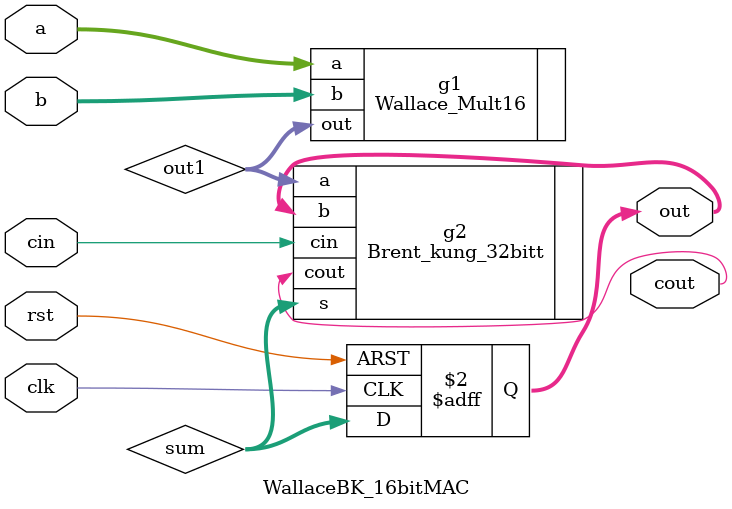
<source format=v>
module WallaceBK_16bitMAC(
    input [15:0] a,          // 8-bit input A
    input [15:0] b,          // 8-bit input B
    input clk,
    input rst,
    input cin,              // Carry-in for the adder
    output reg [31:0] out,  // 16-bit output
    output cout             // Carry-out from the adder
);

    wire [31:0] out1;       // Output from the 8-bit Vedic multiplier
    wire [31:0] sum;

    // Instantiate 8-bit Vedic multiplier
    Wallace_Mult16 g1 (
        .a(a),
        .b(b),
        .out(out1)
    );

    // Instantiate 16-bit Kogge-Stone adder
    Brent_kung_32bitt g2 (
        .a(out1),
        .b(out),
        .cin(cin),
        .s(sum),
        .cout(cout)
    );

    // Register output with synchronous reset
    always @(posedge clk or posedge rst) begin
        if (rst)
            out <= 32'h0;  // Reset to 16-bit zero
        else
            out <= sum;    // Update output with adder result
    end
endmodule


</source>
